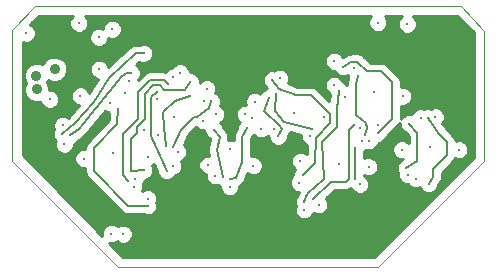
<source format=gbr>
G04 (created by PCBNEW-RS274X (2012-apr-16-27)-stable) date Tue 25 Mar 2014 09:11:57 PM EDT*
G01*
G70*
G90*
%MOIN*%
G04 Gerber Fmt 3.4, Leading zero omitted, Abs format*
%FSLAX34Y34*%
G04 APERTURE LIST*
%ADD10C,0.006000*%
%ADD11C,0.000400*%
%ADD12C,0.002000*%
%ADD13C,0.035000*%
%ADD14C,0.013000*%
%ADD15C,0.007000*%
%ADD16C,0.010000*%
G04 APERTURE END LIST*
G54D10*
G54D11*
X27953Y-19596D02*
X27953Y-23917D01*
X27165Y-18770D02*
X27953Y-19596D01*
X16890Y-18770D02*
X27165Y-18770D01*
X12205Y-19557D02*
X12205Y-23917D01*
X12992Y-18770D02*
X12205Y-19557D01*
X16890Y-18770D02*
X12992Y-18770D01*
X15748Y-27461D02*
X12205Y-23917D01*
X24409Y-27461D02*
X27953Y-23917D01*
X24016Y-27461D02*
X24409Y-27461D01*
X15748Y-27461D02*
X24016Y-27461D01*
G54D12*
X15748Y-27461D02*
X24016Y-27461D01*
G54D13*
X13632Y-20866D03*
X13022Y-21073D03*
X13031Y-21535D03*
G54D14*
X25384Y-19360D03*
X14439Y-19331D03*
X24405Y-19307D03*
X12687Y-19665D03*
X16260Y-24783D03*
X17815Y-20984D03*
X17579Y-21122D03*
X16319Y-24508D03*
X18701Y-21516D03*
X17087Y-23051D03*
X18602Y-21909D03*
X17736Y-23622D03*
X18986Y-24419D03*
X18996Y-22362D03*
X19980Y-22362D03*
X19469Y-24774D03*
X20197Y-22480D03*
X20945Y-22854D03*
X22146Y-23081D03*
X20295Y-21939D03*
X21788Y-24643D03*
X21132Y-21171D03*
X23868Y-23268D03*
X23809Y-24705D03*
X23612Y-20827D03*
X24114Y-23248D03*
X22953Y-20591D03*
X24400Y-22717D03*
X25394Y-24390D03*
X25827Y-22480D03*
X25669Y-24518D03*
X26319Y-22451D03*
X21949Y-25285D03*
X23120Y-21585D03*
X23612Y-22707D03*
X22254Y-25177D03*
X15728Y-22205D03*
X16732Y-25413D03*
X15965Y-21663D03*
X16732Y-25177D03*
X17559Y-24094D03*
X17047Y-21870D03*
X21949Y-25551D03*
X22943Y-21388D03*
X22441Y-25384D03*
X23819Y-22835D03*
X16594Y-20334D03*
X13878Y-23012D03*
X16181Y-20994D03*
X14154Y-23071D03*
X16083Y-24587D03*
X17402Y-21339D03*
X18150Y-21280D03*
X16594Y-24232D03*
X17343Y-23406D03*
X18150Y-21772D03*
X18858Y-21929D03*
X17579Y-23445D03*
X18937Y-22874D03*
X19252Y-24459D03*
X20039Y-22835D03*
X19469Y-24537D03*
X17028Y-21614D03*
X17362Y-24252D03*
X20778Y-21811D03*
X21083Y-23100D03*
X21024Y-21703D03*
X22215Y-22854D03*
X21900Y-24380D03*
X20876Y-21220D03*
X23652Y-23494D03*
X23642Y-24537D03*
X23730Y-21083D03*
X23967Y-23051D03*
X24409Y-22992D03*
X23248Y-20787D03*
X25354Y-24154D03*
X25443Y-22677D03*
X26083Y-22480D03*
X26093Y-24675D03*
X13898Y-22736D03*
X15118Y-20866D03*
X13957Y-23366D03*
X16103Y-21240D03*
X15984Y-19429D03*
X24272Y-26801D03*
X24035Y-19291D03*
X16299Y-26329D03*
X26152Y-23445D03*
X14488Y-21752D03*
X15098Y-19803D03*
X24262Y-21614D03*
X21614Y-22323D03*
X19488Y-23524D03*
X23120Y-24016D03*
X15571Y-23661D03*
X15522Y-26339D03*
X17618Y-22441D03*
X18740Y-24055D03*
X27106Y-23543D03*
X13465Y-21870D03*
X16594Y-22895D03*
X18583Y-22579D03*
X14606Y-23839D03*
X25226Y-21762D03*
X20512Y-22854D03*
X20256Y-24075D03*
X23297Y-21791D03*
X24094Y-24114D03*
X15916Y-26359D03*
X15551Y-19528D03*
X21821Y-23927D03*
X25197Y-23543D03*
X22598Y-22470D03*
X16732Y-23780D03*
X15472Y-21978D03*
G54D15*
X23031Y-22175D02*
X23031Y-22795D01*
X22539Y-23287D02*
X22608Y-24519D01*
X23031Y-22795D02*
X22539Y-23287D01*
X22608Y-24519D02*
X22050Y-25010D01*
X23120Y-21585D02*
X23031Y-22175D01*
X22050Y-25010D02*
X21949Y-25285D01*
X23435Y-23071D02*
X23435Y-24507D01*
X23435Y-24507D02*
X23336Y-24606D01*
X23435Y-22884D02*
X23612Y-22707D01*
X23435Y-23071D02*
X23435Y-22884D01*
X23336Y-24606D02*
X22845Y-24606D01*
X22845Y-24606D02*
X22254Y-25177D01*
X15712Y-22690D02*
X14941Y-23484D01*
X16082Y-25413D02*
X16732Y-25413D01*
X14941Y-23484D02*
X14941Y-24272D01*
X14941Y-24272D02*
X16082Y-25413D01*
X15728Y-22205D02*
X15712Y-22690D01*
X14299Y-22670D02*
X14939Y-21958D01*
X15443Y-21139D02*
X16326Y-20332D01*
X14939Y-21958D02*
X15443Y-21139D01*
X14114Y-22835D02*
X14299Y-22670D01*
X16326Y-20332D02*
X16594Y-20334D01*
X13878Y-23012D02*
X14114Y-22835D01*
X14154Y-23071D02*
X14429Y-22854D01*
X15876Y-21102D02*
X16033Y-21004D01*
X14587Y-22677D02*
X15876Y-21102D01*
X16033Y-21004D02*
X16181Y-20994D01*
X14429Y-22854D02*
X14587Y-22677D01*
X15906Y-23010D02*
X16398Y-22518D01*
X16083Y-24587D02*
X15906Y-24391D01*
X16398Y-22518D02*
X16398Y-21633D01*
X16811Y-21220D02*
X17264Y-21220D01*
X16398Y-21633D02*
X16811Y-21220D01*
X15906Y-24391D02*
X15906Y-23010D01*
X17264Y-21220D02*
X17402Y-21339D01*
X16378Y-22992D02*
X16378Y-22795D01*
X16909Y-21398D02*
X17126Y-21398D01*
X17972Y-21555D02*
X18150Y-21280D01*
X16378Y-22795D02*
X16654Y-22519D01*
X16654Y-21673D02*
X16909Y-21398D01*
X16654Y-22519D02*
X16654Y-21673D01*
X17126Y-21398D02*
X17283Y-21555D01*
X16594Y-24232D02*
X16162Y-24252D01*
X16162Y-23189D02*
X16378Y-22992D01*
X17283Y-21555D02*
X17972Y-21555D01*
X16162Y-24252D02*
X16162Y-23189D01*
X17264Y-22795D02*
X17343Y-23406D01*
X17657Y-21909D02*
X18150Y-21772D01*
X17244Y-22283D02*
X17264Y-22795D01*
X17657Y-21909D02*
X17244Y-22283D01*
X18288Y-22460D02*
X17855Y-22893D01*
X18858Y-21929D02*
X18770Y-22164D01*
X17579Y-23445D02*
X17579Y-23445D01*
X18386Y-22466D02*
X18288Y-22460D01*
X17855Y-22893D02*
X17579Y-23445D01*
X18770Y-22164D02*
X18386Y-22466D01*
X19252Y-24459D02*
X19035Y-23563D01*
X19035Y-23563D02*
X19134Y-23110D01*
X19134Y-23110D02*
X18937Y-22874D01*
X19882Y-23110D02*
X20039Y-22835D01*
X19669Y-24502D02*
X19882Y-23957D01*
X19882Y-23957D02*
X19882Y-23110D01*
X19469Y-24537D02*
X19669Y-24502D01*
X16831Y-23091D02*
X17362Y-24252D01*
X17028Y-21614D02*
X16831Y-21791D01*
X16831Y-21791D02*
X16831Y-23091D01*
X21201Y-22844D02*
X21122Y-22707D01*
X20600Y-22264D02*
X20778Y-21811D01*
X21122Y-22707D02*
X20600Y-22264D01*
X21083Y-23100D02*
X21201Y-22844D01*
X20966Y-22251D02*
X21024Y-21703D01*
X21290Y-22628D02*
X20966Y-22251D01*
X22215Y-22854D02*
X21290Y-22628D01*
X21112Y-21506D02*
X20876Y-21220D01*
X22323Y-23996D02*
X22343Y-23170D01*
X21900Y-24380D02*
X22323Y-23996D01*
X22815Y-22363D02*
X22184Y-21732D01*
X22815Y-22648D02*
X22815Y-22363D01*
X22184Y-21732D02*
X21664Y-21732D01*
X22343Y-23170D02*
X22815Y-22648D01*
X21664Y-21732D02*
X21112Y-21506D01*
X23642Y-24537D02*
X23652Y-24172D01*
X23652Y-24172D02*
X23652Y-23494D01*
X24045Y-22835D02*
X23996Y-22667D01*
X23967Y-23051D02*
X24045Y-22835D01*
X23996Y-22667D02*
X23671Y-22391D01*
X23671Y-22391D02*
X23671Y-21358D01*
X23671Y-21358D02*
X23730Y-21083D01*
X24045Y-20935D02*
X23720Y-20610D01*
X24409Y-22992D02*
X24882Y-22530D01*
X24882Y-22530D02*
X24882Y-21300D01*
X24882Y-21300D02*
X24517Y-20935D01*
X24517Y-20935D02*
X24045Y-20935D01*
X23720Y-20610D02*
X23514Y-20620D01*
X23514Y-20620D02*
X23248Y-20787D01*
X25718Y-23121D02*
X25719Y-22982D01*
X25719Y-22982D02*
X25443Y-22677D01*
X25719Y-23119D02*
X25718Y-23121D01*
X25719Y-23937D02*
X25719Y-23119D01*
X25354Y-24154D02*
X25719Y-23937D01*
X26253Y-24190D02*
X26722Y-23721D01*
X26722Y-23721D02*
X26722Y-23287D01*
X26093Y-24675D02*
X26250Y-24459D01*
X26722Y-23287D02*
X26447Y-23012D01*
X26250Y-24459D02*
X26253Y-24190D01*
X26447Y-23012D02*
X26083Y-22480D01*
G54D10*
G36*
X27598Y-23818D02*
X27421Y-23993D01*
X27421Y-23606D01*
X27421Y-23481D01*
X27373Y-23365D01*
X27285Y-23276D01*
X27169Y-23228D01*
X27044Y-23228D01*
X26998Y-23246D01*
X26985Y-23178D01*
X26984Y-23177D01*
X26924Y-23085D01*
X26921Y-23083D01*
X26666Y-22827D01*
X26553Y-22662D01*
X26586Y-22630D01*
X26634Y-22514D01*
X26634Y-22389D01*
X26586Y-22273D01*
X26498Y-22184D01*
X26382Y-22136D01*
X26257Y-22136D01*
X26166Y-22173D01*
X26146Y-22165D01*
X26021Y-22165D01*
X25955Y-22192D01*
X25890Y-22165D01*
X25765Y-22165D01*
X25649Y-22213D01*
X25560Y-22301D01*
X25530Y-22372D01*
X25506Y-22362D01*
X25381Y-22362D01*
X25265Y-22410D01*
X25176Y-22498D01*
X25167Y-22519D01*
X25167Y-22077D01*
X25288Y-22077D01*
X25404Y-22029D01*
X25493Y-21941D01*
X25541Y-21825D01*
X25541Y-21700D01*
X25493Y-21584D01*
X25405Y-21495D01*
X25289Y-21447D01*
X25167Y-21447D01*
X25167Y-21304D01*
X25167Y-21300D01*
X25168Y-21300D01*
X25145Y-21191D01*
X25084Y-21098D01*
X25081Y-21096D01*
X24719Y-20733D01*
X24626Y-20672D01*
X24517Y-20649D01*
X24512Y-20650D01*
X24163Y-20650D01*
X23922Y-20408D01*
X23916Y-20404D01*
X23912Y-20398D01*
X23864Y-20370D01*
X23829Y-20347D01*
X23822Y-20345D01*
X23816Y-20342D01*
X23776Y-20335D01*
X23720Y-20324D01*
X23711Y-20325D01*
X23706Y-20325D01*
X23500Y-20335D01*
X23482Y-20339D01*
X23467Y-20339D01*
X23430Y-20352D01*
X23392Y-20363D01*
X23377Y-20373D01*
X23363Y-20379D01*
X23238Y-20457D01*
X23220Y-20413D01*
X23132Y-20324D01*
X23016Y-20276D01*
X22891Y-20276D01*
X22775Y-20324D01*
X22686Y-20412D01*
X22638Y-20528D01*
X22638Y-20653D01*
X22686Y-20769D01*
X22774Y-20858D01*
X22890Y-20906D01*
X22956Y-20906D01*
X22981Y-20965D01*
X23069Y-21054D01*
X23185Y-21102D01*
X23310Y-21102D01*
X23402Y-21063D01*
X23415Y-21075D01*
X23415Y-21145D01*
X23421Y-21160D01*
X23392Y-21298D01*
X23391Y-21329D01*
X23386Y-21358D01*
X23386Y-21405D01*
X23299Y-21318D01*
X23245Y-21295D01*
X23210Y-21210D01*
X23122Y-21121D01*
X23006Y-21073D01*
X22881Y-21073D01*
X22765Y-21121D01*
X22676Y-21209D01*
X22628Y-21325D01*
X22628Y-21450D01*
X22676Y-21566D01*
X22764Y-21655D01*
X22817Y-21677D01*
X22780Y-21924D01*
X22386Y-21530D01*
X22293Y-21469D01*
X22184Y-21446D01*
X22179Y-21447D01*
X21720Y-21447D01*
X21411Y-21320D01*
X21447Y-21234D01*
X21447Y-21109D01*
X21399Y-20993D01*
X21311Y-20904D01*
X21195Y-20856D01*
X21070Y-20856D01*
X20954Y-20904D01*
X20948Y-20909D01*
X20939Y-20905D01*
X20814Y-20905D01*
X20698Y-20953D01*
X20609Y-21041D01*
X20561Y-21157D01*
X20561Y-21282D01*
X20609Y-21398D01*
X20697Y-21487D01*
X20718Y-21496D01*
X20716Y-21496D01*
X20600Y-21544D01*
X20511Y-21632D01*
X20488Y-21686D01*
X20474Y-21672D01*
X20358Y-21624D01*
X20233Y-21624D01*
X20117Y-21672D01*
X20028Y-21760D01*
X19980Y-21876D01*
X19980Y-22001D01*
X19999Y-22047D01*
X19918Y-22047D01*
X19802Y-22095D01*
X19713Y-22183D01*
X19665Y-22299D01*
X19665Y-22424D01*
X19713Y-22540D01*
X19800Y-22628D01*
X19772Y-22656D01*
X19724Y-22772D01*
X19724Y-22811D01*
X19634Y-22969D01*
X19628Y-22987D01*
X19619Y-23001D01*
X19611Y-23039D01*
X19600Y-23074D01*
X19600Y-23090D01*
X19597Y-23110D01*
X19597Y-23228D01*
X19551Y-23209D01*
X19426Y-23209D01*
X19401Y-23219D01*
X19412Y-23171D01*
X19412Y-23153D01*
X19418Y-23135D01*
X19413Y-23092D01*
X19414Y-23060D01*
X19408Y-23045D01*
X19406Y-23024D01*
X19386Y-22987D01*
X19374Y-22956D01*
X19362Y-22944D01*
X19353Y-22927D01*
X19247Y-22800D01*
X19204Y-22696D01*
X19148Y-22639D01*
X19174Y-22629D01*
X19263Y-22541D01*
X19311Y-22425D01*
X19311Y-22300D01*
X19263Y-22184D01*
X19175Y-22095D01*
X19136Y-22079D01*
X19173Y-21992D01*
X19173Y-21867D01*
X19125Y-21751D01*
X19037Y-21662D01*
X18989Y-21642D01*
X19016Y-21579D01*
X19016Y-21454D01*
X18968Y-21338D01*
X18880Y-21249D01*
X18764Y-21201D01*
X18639Y-21201D01*
X18523Y-21249D01*
X18465Y-21306D01*
X18465Y-21218D01*
X18417Y-21102D01*
X18329Y-21013D01*
X18213Y-20965D01*
X18130Y-20965D01*
X18130Y-20922D01*
X18082Y-20806D01*
X17994Y-20717D01*
X17878Y-20669D01*
X17753Y-20669D01*
X17637Y-20717D01*
X17548Y-20805D01*
X17547Y-20807D01*
X17517Y-20807D01*
X17401Y-20855D01*
X17312Y-20943D01*
X17311Y-20944D01*
X17307Y-20943D01*
X17264Y-20935D01*
X17243Y-20935D01*
X16815Y-20935D01*
X16811Y-20934D01*
X16702Y-20957D01*
X16609Y-21018D01*
X16607Y-21020D01*
X16418Y-21209D01*
X16418Y-21202D01*
X16448Y-21173D01*
X16496Y-21057D01*
X16496Y-20932D01*
X16448Y-20816D01*
X16360Y-20727D01*
X16330Y-20714D01*
X16436Y-20617D01*
X16456Y-20617D01*
X16531Y-20649D01*
X16656Y-20649D01*
X16772Y-20601D01*
X16861Y-20513D01*
X16909Y-20397D01*
X16909Y-20272D01*
X16861Y-20156D01*
X16773Y-20067D01*
X16657Y-20019D01*
X16532Y-20019D01*
X16461Y-20047D01*
X16339Y-20047D01*
X16338Y-20047D01*
X16328Y-20047D01*
X16265Y-20058D01*
X16229Y-20065D01*
X16226Y-20066D01*
X16219Y-20068D01*
X16157Y-20107D01*
X16134Y-20122D01*
X16129Y-20125D01*
X16125Y-20129D01*
X16122Y-20132D01*
X15866Y-20366D01*
X15866Y-19591D01*
X15866Y-19466D01*
X15818Y-19350D01*
X15730Y-19261D01*
X15614Y-19213D01*
X15489Y-19213D01*
X15373Y-19261D01*
X15284Y-19349D01*
X15236Y-19465D01*
X15236Y-19519D01*
X15161Y-19488D01*
X15036Y-19488D01*
X14920Y-19536D01*
X14831Y-19624D01*
X14783Y-19740D01*
X14783Y-19865D01*
X14831Y-19981D01*
X14919Y-20070D01*
X15035Y-20118D01*
X15160Y-20118D01*
X15276Y-20070D01*
X15365Y-19982D01*
X15413Y-19866D01*
X15413Y-19811D01*
X15488Y-19843D01*
X15613Y-19843D01*
X15729Y-19795D01*
X15818Y-19707D01*
X15866Y-19591D01*
X15866Y-20366D01*
X15420Y-20774D01*
X15385Y-20688D01*
X15297Y-20599D01*
X15181Y-20551D01*
X15056Y-20551D01*
X14940Y-20599D01*
X14851Y-20687D01*
X14803Y-20803D01*
X14803Y-20928D01*
X14851Y-21044D01*
X14939Y-21133D01*
X15055Y-21181D01*
X15082Y-21181D01*
X14789Y-21657D01*
X14755Y-21574D01*
X14667Y-21485D01*
X14551Y-21437D01*
X14426Y-21437D01*
X14310Y-21485D01*
X14221Y-21573D01*
X14173Y-21689D01*
X14173Y-21814D01*
X14221Y-21930D01*
X14309Y-22019D01*
X14425Y-22067D01*
X14458Y-22067D01*
X14093Y-22471D01*
X14086Y-22478D01*
X14077Y-22469D01*
X14057Y-22460D01*
X14057Y-20951D01*
X14057Y-20782D01*
X13993Y-20626D01*
X13873Y-20506D01*
X13717Y-20441D01*
X13548Y-20441D01*
X13392Y-20505D01*
X13272Y-20625D01*
X13239Y-20703D01*
X13107Y-20648D01*
X12938Y-20648D01*
X12782Y-20712D01*
X12662Y-20832D01*
X12597Y-20988D01*
X12597Y-21157D01*
X12661Y-21313D01*
X12662Y-21314D01*
X12606Y-21450D01*
X12606Y-21619D01*
X12670Y-21775D01*
X12790Y-21895D01*
X12946Y-21960D01*
X13115Y-21960D01*
X13154Y-21943D01*
X13198Y-22048D01*
X13286Y-22137D01*
X13402Y-22185D01*
X13527Y-22185D01*
X13643Y-22137D01*
X13732Y-22049D01*
X13780Y-21933D01*
X13780Y-21808D01*
X13732Y-21692D01*
X13644Y-21603D01*
X13528Y-21555D01*
X13456Y-21555D01*
X13456Y-21451D01*
X13392Y-21295D01*
X13390Y-21293D01*
X13414Y-21235D01*
X13547Y-21291D01*
X13716Y-21291D01*
X13872Y-21227D01*
X13992Y-21107D01*
X14057Y-20951D01*
X14057Y-22460D01*
X13961Y-22421D01*
X13836Y-22421D01*
X13720Y-22469D01*
X13631Y-22557D01*
X13583Y-22673D01*
X13583Y-22798D01*
X13604Y-22849D01*
X13563Y-22949D01*
X13563Y-23074D01*
X13611Y-23190D01*
X13665Y-23245D01*
X13642Y-23303D01*
X13642Y-23428D01*
X13690Y-23544D01*
X13778Y-23633D01*
X13894Y-23681D01*
X14019Y-23681D01*
X14135Y-23633D01*
X14224Y-23545D01*
X14272Y-23429D01*
X14272Y-23362D01*
X14332Y-23338D01*
X14421Y-23250D01*
X14437Y-23210D01*
X14605Y-23078D01*
X14621Y-23058D01*
X14641Y-23044D01*
X14799Y-22867D01*
X14800Y-22863D01*
X14808Y-22858D01*
X15305Y-22250D01*
X15409Y-22293D01*
X15423Y-22293D01*
X15438Y-22328D01*
X15430Y-22571D01*
X14741Y-23280D01*
X14739Y-23282D01*
X14737Y-23284D01*
X14737Y-23285D01*
X14734Y-23289D01*
X14678Y-23375D01*
X14677Y-23376D01*
X14676Y-23379D01*
X14655Y-23488D01*
X14656Y-23492D01*
X14656Y-23524D01*
X14544Y-23524D01*
X14428Y-23572D01*
X14339Y-23660D01*
X14291Y-23776D01*
X14291Y-23901D01*
X14339Y-24017D01*
X14427Y-24106D01*
X14543Y-24154D01*
X14656Y-24154D01*
X14656Y-24267D01*
X14655Y-24272D01*
X14678Y-24381D01*
X14739Y-24474D01*
X15878Y-25612D01*
X15880Y-25615D01*
X15973Y-25676D01*
X16082Y-25698D01*
X16596Y-25698D01*
X16669Y-25728D01*
X16794Y-25728D01*
X16910Y-25680D01*
X16999Y-25592D01*
X17047Y-25476D01*
X17047Y-25351D01*
X17024Y-25295D01*
X17047Y-25240D01*
X17047Y-25115D01*
X16999Y-24999D01*
X16911Y-24910D01*
X16795Y-24862D01*
X16670Y-24862D01*
X16554Y-24910D01*
X16544Y-24919D01*
X16575Y-24846D01*
X16575Y-24721D01*
X16568Y-24704D01*
X16586Y-24687D01*
X16634Y-24571D01*
X16634Y-24547D01*
X16656Y-24547D01*
X16772Y-24499D01*
X16861Y-24411D01*
X16909Y-24295D01*
X16909Y-24170D01*
X16865Y-24065D01*
X16910Y-24047D01*
X16941Y-24016D01*
X17047Y-24247D01*
X17047Y-24314D01*
X17095Y-24430D01*
X17183Y-24519D01*
X17299Y-24567D01*
X17424Y-24567D01*
X17540Y-24519D01*
X17629Y-24431D01*
X17641Y-24400D01*
X17737Y-24361D01*
X17826Y-24273D01*
X17874Y-24157D01*
X17874Y-24032D01*
X17829Y-23924D01*
X17914Y-23889D01*
X18003Y-23801D01*
X18051Y-23685D01*
X18051Y-23560D01*
X18003Y-23444D01*
X17933Y-23373D01*
X18089Y-23062D01*
X18354Y-22796D01*
X18404Y-22846D01*
X18520Y-22894D01*
X18622Y-22894D01*
X18622Y-22936D01*
X18670Y-23052D01*
X18758Y-23141D01*
X18804Y-23160D01*
X18825Y-23185D01*
X18757Y-23502D01*
X18756Y-23510D01*
X18754Y-23519D01*
X18755Y-23568D01*
X18755Y-23613D01*
X18757Y-23619D01*
X18758Y-23630D01*
X18784Y-23740D01*
X18678Y-23740D01*
X18562Y-23788D01*
X18473Y-23876D01*
X18425Y-23992D01*
X18425Y-24117D01*
X18473Y-24233D01*
X18561Y-24322D01*
X18671Y-24367D01*
X18671Y-24481D01*
X18719Y-24597D01*
X18807Y-24686D01*
X18923Y-24734D01*
X19048Y-24734D01*
X19071Y-24724D01*
X19073Y-24726D01*
X19154Y-24759D01*
X19154Y-24836D01*
X19202Y-24952D01*
X19290Y-25041D01*
X19406Y-25089D01*
X19531Y-25089D01*
X19647Y-25041D01*
X19736Y-24953D01*
X19784Y-24837D01*
X19784Y-24764D01*
X19805Y-24748D01*
X19822Y-24742D01*
X19847Y-24718D01*
X19874Y-24699D01*
X19883Y-24683D01*
X19903Y-24666D01*
X19917Y-24633D01*
X19935Y-24606D01*
X20048Y-24313D01*
X20077Y-24342D01*
X20193Y-24390D01*
X20318Y-24390D01*
X20434Y-24342D01*
X20523Y-24254D01*
X20571Y-24138D01*
X20571Y-24013D01*
X20523Y-23897D01*
X20435Y-23808D01*
X20319Y-23760D01*
X20194Y-23760D01*
X20167Y-23771D01*
X20167Y-23186D01*
X20214Y-23103D01*
X20217Y-23102D01*
X20266Y-23053D01*
X20333Y-23121D01*
X20449Y-23169D01*
X20574Y-23169D01*
X20690Y-23121D01*
X20728Y-23083D01*
X20766Y-23121D01*
X20768Y-23121D01*
X20768Y-23162D01*
X20816Y-23278D01*
X20904Y-23367D01*
X21020Y-23415D01*
X21145Y-23415D01*
X21261Y-23367D01*
X21350Y-23279D01*
X21398Y-23163D01*
X21398Y-23096D01*
X21459Y-22964D01*
X21459Y-22962D01*
X21831Y-23053D01*
X21831Y-23143D01*
X21879Y-23259D01*
X21967Y-23348D01*
X22052Y-23383D01*
X22044Y-23705D01*
X22000Y-23660D01*
X21884Y-23612D01*
X21759Y-23612D01*
X21643Y-23660D01*
X21554Y-23748D01*
X21506Y-23864D01*
X21506Y-23989D01*
X21554Y-24105D01*
X21641Y-24193D01*
X21633Y-24201D01*
X21585Y-24317D01*
X21585Y-24400D01*
X21521Y-24464D01*
X21473Y-24580D01*
X21473Y-24705D01*
X21521Y-24821D01*
X21609Y-24910D01*
X21725Y-24958D01*
X21765Y-24958D01*
X21728Y-25060D01*
X21682Y-25106D01*
X21634Y-25222D01*
X21634Y-25347D01*
X21663Y-25417D01*
X21634Y-25488D01*
X21634Y-25613D01*
X21682Y-25729D01*
X21770Y-25818D01*
X21886Y-25866D01*
X22011Y-25866D01*
X22127Y-25818D01*
X22216Y-25730D01*
X22252Y-25641D01*
X22262Y-25651D01*
X22378Y-25699D01*
X22503Y-25699D01*
X22619Y-25651D01*
X22708Y-25563D01*
X22756Y-25447D01*
X22756Y-25322D01*
X22708Y-25206D01*
X22672Y-25169D01*
X22961Y-24891D01*
X23331Y-24891D01*
X23336Y-24892D01*
X23336Y-24891D01*
X23445Y-24869D01*
X23512Y-24824D01*
X23518Y-24827D01*
X23542Y-24883D01*
X23630Y-24972D01*
X23746Y-25020D01*
X23871Y-25020D01*
X23987Y-24972D01*
X24076Y-24884D01*
X24124Y-24768D01*
X24124Y-24643D01*
X24076Y-24527D01*
X23988Y-24438D01*
X23932Y-24414D01*
X23930Y-24411D01*
X23931Y-24387D01*
X24031Y-24429D01*
X24156Y-24429D01*
X24272Y-24381D01*
X24361Y-24293D01*
X24409Y-24177D01*
X24409Y-24052D01*
X24361Y-23936D01*
X24273Y-23847D01*
X24157Y-23799D01*
X24032Y-23799D01*
X23937Y-23838D01*
X23937Y-23629D01*
X23961Y-23569D01*
X24014Y-23547D01*
X24051Y-23563D01*
X24176Y-23563D01*
X24292Y-23515D01*
X24381Y-23427D01*
X24429Y-23311D01*
X24429Y-23307D01*
X24471Y-23307D01*
X24587Y-23259D01*
X24676Y-23171D01*
X24704Y-23101D01*
X25081Y-22734D01*
X25081Y-22733D01*
X25084Y-22732D01*
X25121Y-22675D01*
X25128Y-22665D01*
X25128Y-22739D01*
X25176Y-22855D01*
X25264Y-22944D01*
X25322Y-22968D01*
X25433Y-23091D01*
X25433Y-23119D01*
X25434Y-23124D01*
X25434Y-23334D01*
X25376Y-23276D01*
X25260Y-23228D01*
X25135Y-23228D01*
X25019Y-23276D01*
X24930Y-23364D01*
X24882Y-23480D01*
X24882Y-23605D01*
X24930Y-23721D01*
X25018Y-23810D01*
X25134Y-23858D01*
X25246Y-23858D01*
X25176Y-23887D01*
X25087Y-23975D01*
X25039Y-24091D01*
X25039Y-24216D01*
X25081Y-24319D01*
X25079Y-24327D01*
X25079Y-24452D01*
X25127Y-24568D01*
X25215Y-24657D01*
X25331Y-24705D01*
X25410Y-24705D01*
X25490Y-24785D01*
X25606Y-24833D01*
X25731Y-24833D01*
X25805Y-24802D01*
X25826Y-24853D01*
X25914Y-24942D01*
X26030Y-24990D01*
X26155Y-24990D01*
X26271Y-24942D01*
X26360Y-24854D01*
X26408Y-24738D01*
X26408Y-24727D01*
X26481Y-24627D01*
X26494Y-24596D01*
X26512Y-24571D01*
X26517Y-24547D01*
X26527Y-24525D01*
X26528Y-24493D01*
X26535Y-24462D01*
X26536Y-24310D01*
X26921Y-23924D01*
X26923Y-23923D01*
X26924Y-23923D01*
X26982Y-23833D01*
X27043Y-23858D01*
X27168Y-23858D01*
X27284Y-23810D01*
X27373Y-23722D01*
X27421Y-23606D01*
X27421Y-23993D01*
X24270Y-27125D01*
X15897Y-27115D01*
X15433Y-26643D01*
X15459Y-26654D01*
X15584Y-26654D01*
X15700Y-26606D01*
X15708Y-26597D01*
X15737Y-26626D01*
X15853Y-26674D01*
X15978Y-26674D01*
X16094Y-26626D01*
X16183Y-26538D01*
X16231Y-26422D01*
X16231Y-26297D01*
X16183Y-26181D01*
X16095Y-26092D01*
X15979Y-26044D01*
X15854Y-26044D01*
X15738Y-26092D01*
X15729Y-26100D01*
X15701Y-26072D01*
X15585Y-26024D01*
X15460Y-26024D01*
X15344Y-26072D01*
X15255Y-26160D01*
X15207Y-26276D01*
X15207Y-26401D01*
X15215Y-26421D01*
X12560Y-23720D01*
X12560Y-19953D01*
X12624Y-19980D01*
X12749Y-19980D01*
X12865Y-19932D01*
X12954Y-19844D01*
X13002Y-19728D01*
X13002Y-19603D01*
X12954Y-19487D01*
X12866Y-19398D01*
X12806Y-19373D01*
X12888Y-19299D01*
X13110Y-19095D01*
X14229Y-19095D01*
X14172Y-19152D01*
X14124Y-19268D01*
X14124Y-19393D01*
X14172Y-19509D01*
X14260Y-19598D01*
X14376Y-19646D01*
X14501Y-19646D01*
X14617Y-19598D01*
X14706Y-19510D01*
X14754Y-19394D01*
X14754Y-19269D01*
X14706Y-19153D01*
X14648Y-19095D01*
X24171Y-19095D01*
X24138Y-19128D01*
X24090Y-19244D01*
X24090Y-19369D01*
X24138Y-19485D01*
X24226Y-19574D01*
X24342Y-19622D01*
X24467Y-19622D01*
X24583Y-19574D01*
X24672Y-19486D01*
X24720Y-19370D01*
X24720Y-19245D01*
X24672Y-19129D01*
X24638Y-19095D01*
X25203Y-19095D01*
X25117Y-19181D01*
X25069Y-19297D01*
X25069Y-19422D01*
X25117Y-19538D01*
X25205Y-19627D01*
X25321Y-19675D01*
X25446Y-19675D01*
X25562Y-19627D01*
X25651Y-19539D01*
X25699Y-19423D01*
X25699Y-19298D01*
X25651Y-19182D01*
X25564Y-19095D01*
X27037Y-19095D01*
X27598Y-19627D01*
X27598Y-23818D01*
X27598Y-23818D01*
G37*
G54D16*
X27598Y-23818D02*
X27421Y-23993D01*
X27421Y-23606D01*
X27421Y-23481D01*
X27373Y-23365D01*
X27285Y-23276D01*
X27169Y-23228D01*
X27044Y-23228D01*
X26998Y-23246D01*
X26985Y-23178D01*
X26984Y-23177D01*
X26924Y-23085D01*
X26921Y-23083D01*
X26666Y-22827D01*
X26553Y-22662D01*
X26586Y-22630D01*
X26634Y-22514D01*
X26634Y-22389D01*
X26586Y-22273D01*
X26498Y-22184D01*
X26382Y-22136D01*
X26257Y-22136D01*
X26166Y-22173D01*
X26146Y-22165D01*
X26021Y-22165D01*
X25955Y-22192D01*
X25890Y-22165D01*
X25765Y-22165D01*
X25649Y-22213D01*
X25560Y-22301D01*
X25530Y-22372D01*
X25506Y-22362D01*
X25381Y-22362D01*
X25265Y-22410D01*
X25176Y-22498D01*
X25167Y-22519D01*
X25167Y-22077D01*
X25288Y-22077D01*
X25404Y-22029D01*
X25493Y-21941D01*
X25541Y-21825D01*
X25541Y-21700D01*
X25493Y-21584D01*
X25405Y-21495D01*
X25289Y-21447D01*
X25167Y-21447D01*
X25167Y-21304D01*
X25167Y-21300D01*
X25168Y-21300D01*
X25145Y-21191D01*
X25084Y-21098D01*
X25081Y-21096D01*
X24719Y-20733D01*
X24626Y-20672D01*
X24517Y-20649D01*
X24512Y-20650D01*
X24163Y-20650D01*
X23922Y-20408D01*
X23916Y-20404D01*
X23912Y-20398D01*
X23864Y-20370D01*
X23829Y-20347D01*
X23822Y-20345D01*
X23816Y-20342D01*
X23776Y-20335D01*
X23720Y-20324D01*
X23711Y-20325D01*
X23706Y-20325D01*
X23500Y-20335D01*
X23482Y-20339D01*
X23467Y-20339D01*
X23430Y-20352D01*
X23392Y-20363D01*
X23377Y-20373D01*
X23363Y-20379D01*
X23238Y-20457D01*
X23220Y-20413D01*
X23132Y-20324D01*
X23016Y-20276D01*
X22891Y-20276D01*
X22775Y-20324D01*
X22686Y-20412D01*
X22638Y-20528D01*
X22638Y-20653D01*
X22686Y-20769D01*
X22774Y-20858D01*
X22890Y-20906D01*
X22956Y-20906D01*
X22981Y-20965D01*
X23069Y-21054D01*
X23185Y-21102D01*
X23310Y-21102D01*
X23402Y-21063D01*
X23415Y-21075D01*
X23415Y-21145D01*
X23421Y-21160D01*
X23392Y-21298D01*
X23391Y-21329D01*
X23386Y-21358D01*
X23386Y-21405D01*
X23299Y-21318D01*
X23245Y-21295D01*
X23210Y-21210D01*
X23122Y-21121D01*
X23006Y-21073D01*
X22881Y-21073D01*
X22765Y-21121D01*
X22676Y-21209D01*
X22628Y-21325D01*
X22628Y-21450D01*
X22676Y-21566D01*
X22764Y-21655D01*
X22817Y-21677D01*
X22780Y-21924D01*
X22386Y-21530D01*
X22293Y-21469D01*
X22184Y-21446D01*
X22179Y-21447D01*
X21720Y-21447D01*
X21411Y-21320D01*
X21447Y-21234D01*
X21447Y-21109D01*
X21399Y-20993D01*
X21311Y-20904D01*
X21195Y-20856D01*
X21070Y-20856D01*
X20954Y-20904D01*
X20948Y-20909D01*
X20939Y-20905D01*
X20814Y-20905D01*
X20698Y-20953D01*
X20609Y-21041D01*
X20561Y-21157D01*
X20561Y-21282D01*
X20609Y-21398D01*
X20697Y-21487D01*
X20718Y-21496D01*
X20716Y-21496D01*
X20600Y-21544D01*
X20511Y-21632D01*
X20488Y-21686D01*
X20474Y-21672D01*
X20358Y-21624D01*
X20233Y-21624D01*
X20117Y-21672D01*
X20028Y-21760D01*
X19980Y-21876D01*
X19980Y-22001D01*
X19999Y-22047D01*
X19918Y-22047D01*
X19802Y-22095D01*
X19713Y-22183D01*
X19665Y-22299D01*
X19665Y-22424D01*
X19713Y-22540D01*
X19800Y-22628D01*
X19772Y-22656D01*
X19724Y-22772D01*
X19724Y-22811D01*
X19634Y-22969D01*
X19628Y-22987D01*
X19619Y-23001D01*
X19611Y-23039D01*
X19600Y-23074D01*
X19600Y-23090D01*
X19597Y-23110D01*
X19597Y-23228D01*
X19551Y-23209D01*
X19426Y-23209D01*
X19401Y-23219D01*
X19412Y-23171D01*
X19412Y-23153D01*
X19418Y-23135D01*
X19413Y-23092D01*
X19414Y-23060D01*
X19408Y-23045D01*
X19406Y-23024D01*
X19386Y-22987D01*
X19374Y-22956D01*
X19362Y-22944D01*
X19353Y-22927D01*
X19247Y-22800D01*
X19204Y-22696D01*
X19148Y-22639D01*
X19174Y-22629D01*
X19263Y-22541D01*
X19311Y-22425D01*
X19311Y-22300D01*
X19263Y-22184D01*
X19175Y-22095D01*
X19136Y-22079D01*
X19173Y-21992D01*
X19173Y-21867D01*
X19125Y-21751D01*
X19037Y-21662D01*
X18989Y-21642D01*
X19016Y-21579D01*
X19016Y-21454D01*
X18968Y-21338D01*
X18880Y-21249D01*
X18764Y-21201D01*
X18639Y-21201D01*
X18523Y-21249D01*
X18465Y-21306D01*
X18465Y-21218D01*
X18417Y-21102D01*
X18329Y-21013D01*
X18213Y-20965D01*
X18130Y-20965D01*
X18130Y-20922D01*
X18082Y-20806D01*
X17994Y-20717D01*
X17878Y-20669D01*
X17753Y-20669D01*
X17637Y-20717D01*
X17548Y-20805D01*
X17547Y-20807D01*
X17517Y-20807D01*
X17401Y-20855D01*
X17312Y-20943D01*
X17311Y-20944D01*
X17307Y-20943D01*
X17264Y-20935D01*
X17243Y-20935D01*
X16815Y-20935D01*
X16811Y-20934D01*
X16702Y-20957D01*
X16609Y-21018D01*
X16607Y-21020D01*
X16418Y-21209D01*
X16418Y-21202D01*
X16448Y-21173D01*
X16496Y-21057D01*
X16496Y-20932D01*
X16448Y-20816D01*
X16360Y-20727D01*
X16330Y-20714D01*
X16436Y-20617D01*
X16456Y-20617D01*
X16531Y-20649D01*
X16656Y-20649D01*
X16772Y-20601D01*
X16861Y-20513D01*
X16909Y-20397D01*
X16909Y-20272D01*
X16861Y-20156D01*
X16773Y-20067D01*
X16657Y-20019D01*
X16532Y-20019D01*
X16461Y-20047D01*
X16339Y-20047D01*
X16338Y-20047D01*
X16328Y-20047D01*
X16265Y-20058D01*
X16229Y-20065D01*
X16226Y-20066D01*
X16219Y-20068D01*
X16157Y-20107D01*
X16134Y-20122D01*
X16129Y-20125D01*
X16125Y-20129D01*
X16122Y-20132D01*
X15866Y-20366D01*
X15866Y-19591D01*
X15866Y-19466D01*
X15818Y-19350D01*
X15730Y-19261D01*
X15614Y-19213D01*
X15489Y-19213D01*
X15373Y-19261D01*
X15284Y-19349D01*
X15236Y-19465D01*
X15236Y-19519D01*
X15161Y-19488D01*
X15036Y-19488D01*
X14920Y-19536D01*
X14831Y-19624D01*
X14783Y-19740D01*
X14783Y-19865D01*
X14831Y-19981D01*
X14919Y-20070D01*
X15035Y-20118D01*
X15160Y-20118D01*
X15276Y-20070D01*
X15365Y-19982D01*
X15413Y-19866D01*
X15413Y-19811D01*
X15488Y-19843D01*
X15613Y-19843D01*
X15729Y-19795D01*
X15818Y-19707D01*
X15866Y-19591D01*
X15866Y-20366D01*
X15420Y-20774D01*
X15385Y-20688D01*
X15297Y-20599D01*
X15181Y-20551D01*
X15056Y-20551D01*
X14940Y-20599D01*
X14851Y-20687D01*
X14803Y-20803D01*
X14803Y-20928D01*
X14851Y-21044D01*
X14939Y-21133D01*
X15055Y-21181D01*
X15082Y-21181D01*
X14789Y-21657D01*
X14755Y-21574D01*
X14667Y-21485D01*
X14551Y-21437D01*
X14426Y-21437D01*
X14310Y-21485D01*
X14221Y-21573D01*
X14173Y-21689D01*
X14173Y-21814D01*
X14221Y-21930D01*
X14309Y-22019D01*
X14425Y-22067D01*
X14458Y-22067D01*
X14093Y-22471D01*
X14086Y-22478D01*
X14077Y-22469D01*
X14057Y-22460D01*
X14057Y-20951D01*
X14057Y-20782D01*
X13993Y-20626D01*
X13873Y-20506D01*
X13717Y-20441D01*
X13548Y-20441D01*
X13392Y-20505D01*
X13272Y-20625D01*
X13239Y-20703D01*
X13107Y-20648D01*
X12938Y-20648D01*
X12782Y-20712D01*
X12662Y-20832D01*
X12597Y-20988D01*
X12597Y-21157D01*
X12661Y-21313D01*
X12662Y-21314D01*
X12606Y-21450D01*
X12606Y-21619D01*
X12670Y-21775D01*
X12790Y-21895D01*
X12946Y-21960D01*
X13115Y-21960D01*
X13154Y-21943D01*
X13198Y-22048D01*
X13286Y-22137D01*
X13402Y-22185D01*
X13527Y-22185D01*
X13643Y-22137D01*
X13732Y-22049D01*
X13780Y-21933D01*
X13780Y-21808D01*
X13732Y-21692D01*
X13644Y-21603D01*
X13528Y-21555D01*
X13456Y-21555D01*
X13456Y-21451D01*
X13392Y-21295D01*
X13390Y-21293D01*
X13414Y-21235D01*
X13547Y-21291D01*
X13716Y-21291D01*
X13872Y-21227D01*
X13992Y-21107D01*
X14057Y-20951D01*
X14057Y-22460D01*
X13961Y-22421D01*
X13836Y-22421D01*
X13720Y-22469D01*
X13631Y-22557D01*
X13583Y-22673D01*
X13583Y-22798D01*
X13604Y-22849D01*
X13563Y-22949D01*
X13563Y-23074D01*
X13611Y-23190D01*
X13665Y-23245D01*
X13642Y-23303D01*
X13642Y-23428D01*
X13690Y-23544D01*
X13778Y-23633D01*
X13894Y-23681D01*
X14019Y-23681D01*
X14135Y-23633D01*
X14224Y-23545D01*
X14272Y-23429D01*
X14272Y-23362D01*
X14332Y-23338D01*
X14421Y-23250D01*
X14437Y-23210D01*
X14605Y-23078D01*
X14621Y-23058D01*
X14641Y-23044D01*
X14799Y-22867D01*
X14800Y-22863D01*
X14808Y-22858D01*
X15305Y-22250D01*
X15409Y-22293D01*
X15423Y-22293D01*
X15438Y-22328D01*
X15430Y-22571D01*
X14741Y-23280D01*
X14739Y-23282D01*
X14737Y-23284D01*
X14737Y-23285D01*
X14734Y-23289D01*
X14678Y-23375D01*
X14677Y-23376D01*
X14676Y-23379D01*
X14655Y-23488D01*
X14656Y-23492D01*
X14656Y-23524D01*
X14544Y-23524D01*
X14428Y-23572D01*
X14339Y-23660D01*
X14291Y-23776D01*
X14291Y-23901D01*
X14339Y-24017D01*
X14427Y-24106D01*
X14543Y-24154D01*
X14656Y-24154D01*
X14656Y-24267D01*
X14655Y-24272D01*
X14678Y-24381D01*
X14739Y-24474D01*
X15878Y-25612D01*
X15880Y-25615D01*
X15973Y-25676D01*
X16082Y-25698D01*
X16596Y-25698D01*
X16669Y-25728D01*
X16794Y-25728D01*
X16910Y-25680D01*
X16999Y-25592D01*
X17047Y-25476D01*
X17047Y-25351D01*
X17024Y-25295D01*
X17047Y-25240D01*
X17047Y-25115D01*
X16999Y-24999D01*
X16911Y-24910D01*
X16795Y-24862D01*
X16670Y-24862D01*
X16554Y-24910D01*
X16544Y-24919D01*
X16575Y-24846D01*
X16575Y-24721D01*
X16568Y-24704D01*
X16586Y-24687D01*
X16634Y-24571D01*
X16634Y-24547D01*
X16656Y-24547D01*
X16772Y-24499D01*
X16861Y-24411D01*
X16909Y-24295D01*
X16909Y-24170D01*
X16865Y-24065D01*
X16910Y-24047D01*
X16941Y-24016D01*
X17047Y-24247D01*
X17047Y-24314D01*
X17095Y-24430D01*
X17183Y-24519D01*
X17299Y-24567D01*
X17424Y-24567D01*
X17540Y-24519D01*
X17629Y-24431D01*
X17641Y-24400D01*
X17737Y-24361D01*
X17826Y-24273D01*
X17874Y-24157D01*
X17874Y-24032D01*
X17829Y-23924D01*
X17914Y-23889D01*
X18003Y-23801D01*
X18051Y-23685D01*
X18051Y-23560D01*
X18003Y-23444D01*
X17933Y-23373D01*
X18089Y-23062D01*
X18354Y-22796D01*
X18404Y-22846D01*
X18520Y-22894D01*
X18622Y-22894D01*
X18622Y-22936D01*
X18670Y-23052D01*
X18758Y-23141D01*
X18804Y-23160D01*
X18825Y-23185D01*
X18757Y-23502D01*
X18756Y-23510D01*
X18754Y-23519D01*
X18755Y-23568D01*
X18755Y-23613D01*
X18757Y-23619D01*
X18758Y-23630D01*
X18784Y-23740D01*
X18678Y-23740D01*
X18562Y-23788D01*
X18473Y-23876D01*
X18425Y-23992D01*
X18425Y-24117D01*
X18473Y-24233D01*
X18561Y-24322D01*
X18671Y-24367D01*
X18671Y-24481D01*
X18719Y-24597D01*
X18807Y-24686D01*
X18923Y-24734D01*
X19048Y-24734D01*
X19071Y-24724D01*
X19073Y-24726D01*
X19154Y-24759D01*
X19154Y-24836D01*
X19202Y-24952D01*
X19290Y-25041D01*
X19406Y-25089D01*
X19531Y-25089D01*
X19647Y-25041D01*
X19736Y-24953D01*
X19784Y-24837D01*
X19784Y-24764D01*
X19805Y-24748D01*
X19822Y-24742D01*
X19847Y-24718D01*
X19874Y-24699D01*
X19883Y-24683D01*
X19903Y-24666D01*
X19917Y-24633D01*
X19935Y-24606D01*
X20048Y-24313D01*
X20077Y-24342D01*
X20193Y-24390D01*
X20318Y-24390D01*
X20434Y-24342D01*
X20523Y-24254D01*
X20571Y-24138D01*
X20571Y-24013D01*
X20523Y-23897D01*
X20435Y-23808D01*
X20319Y-23760D01*
X20194Y-23760D01*
X20167Y-23771D01*
X20167Y-23186D01*
X20214Y-23103D01*
X20217Y-23102D01*
X20266Y-23053D01*
X20333Y-23121D01*
X20449Y-23169D01*
X20574Y-23169D01*
X20690Y-23121D01*
X20728Y-23083D01*
X20766Y-23121D01*
X20768Y-23121D01*
X20768Y-23162D01*
X20816Y-23278D01*
X20904Y-23367D01*
X21020Y-23415D01*
X21145Y-23415D01*
X21261Y-23367D01*
X21350Y-23279D01*
X21398Y-23163D01*
X21398Y-23096D01*
X21459Y-22964D01*
X21459Y-22962D01*
X21831Y-23053D01*
X21831Y-23143D01*
X21879Y-23259D01*
X21967Y-23348D01*
X22052Y-23383D01*
X22044Y-23705D01*
X22000Y-23660D01*
X21884Y-23612D01*
X21759Y-23612D01*
X21643Y-23660D01*
X21554Y-23748D01*
X21506Y-23864D01*
X21506Y-23989D01*
X21554Y-24105D01*
X21641Y-24193D01*
X21633Y-24201D01*
X21585Y-24317D01*
X21585Y-24400D01*
X21521Y-24464D01*
X21473Y-24580D01*
X21473Y-24705D01*
X21521Y-24821D01*
X21609Y-24910D01*
X21725Y-24958D01*
X21765Y-24958D01*
X21728Y-25060D01*
X21682Y-25106D01*
X21634Y-25222D01*
X21634Y-25347D01*
X21663Y-25417D01*
X21634Y-25488D01*
X21634Y-25613D01*
X21682Y-25729D01*
X21770Y-25818D01*
X21886Y-25866D01*
X22011Y-25866D01*
X22127Y-25818D01*
X22216Y-25730D01*
X22252Y-25641D01*
X22262Y-25651D01*
X22378Y-25699D01*
X22503Y-25699D01*
X22619Y-25651D01*
X22708Y-25563D01*
X22756Y-25447D01*
X22756Y-25322D01*
X22708Y-25206D01*
X22672Y-25169D01*
X22961Y-24891D01*
X23331Y-24891D01*
X23336Y-24892D01*
X23336Y-24891D01*
X23445Y-24869D01*
X23512Y-24824D01*
X23518Y-24827D01*
X23542Y-24883D01*
X23630Y-24972D01*
X23746Y-25020D01*
X23871Y-25020D01*
X23987Y-24972D01*
X24076Y-24884D01*
X24124Y-24768D01*
X24124Y-24643D01*
X24076Y-24527D01*
X23988Y-24438D01*
X23932Y-24414D01*
X23930Y-24411D01*
X23931Y-24387D01*
X24031Y-24429D01*
X24156Y-24429D01*
X24272Y-24381D01*
X24361Y-24293D01*
X24409Y-24177D01*
X24409Y-24052D01*
X24361Y-23936D01*
X24273Y-23847D01*
X24157Y-23799D01*
X24032Y-23799D01*
X23937Y-23838D01*
X23937Y-23629D01*
X23961Y-23569D01*
X24014Y-23547D01*
X24051Y-23563D01*
X24176Y-23563D01*
X24292Y-23515D01*
X24381Y-23427D01*
X24429Y-23311D01*
X24429Y-23307D01*
X24471Y-23307D01*
X24587Y-23259D01*
X24676Y-23171D01*
X24704Y-23101D01*
X25081Y-22734D01*
X25081Y-22733D01*
X25084Y-22732D01*
X25121Y-22675D01*
X25128Y-22665D01*
X25128Y-22739D01*
X25176Y-22855D01*
X25264Y-22944D01*
X25322Y-22968D01*
X25433Y-23091D01*
X25433Y-23119D01*
X25434Y-23124D01*
X25434Y-23334D01*
X25376Y-23276D01*
X25260Y-23228D01*
X25135Y-23228D01*
X25019Y-23276D01*
X24930Y-23364D01*
X24882Y-23480D01*
X24882Y-23605D01*
X24930Y-23721D01*
X25018Y-23810D01*
X25134Y-23858D01*
X25246Y-23858D01*
X25176Y-23887D01*
X25087Y-23975D01*
X25039Y-24091D01*
X25039Y-24216D01*
X25081Y-24319D01*
X25079Y-24327D01*
X25079Y-24452D01*
X25127Y-24568D01*
X25215Y-24657D01*
X25331Y-24705D01*
X25410Y-24705D01*
X25490Y-24785D01*
X25606Y-24833D01*
X25731Y-24833D01*
X25805Y-24802D01*
X25826Y-24853D01*
X25914Y-24942D01*
X26030Y-24990D01*
X26155Y-24990D01*
X26271Y-24942D01*
X26360Y-24854D01*
X26408Y-24738D01*
X26408Y-24727D01*
X26481Y-24627D01*
X26494Y-24596D01*
X26512Y-24571D01*
X26517Y-24547D01*
X26527Y-24525D01*
X26528Y-24493D01*
X26535Y-24462D01*
X26536Y-24310D01*
X26921Y-23924D01*
X26923Y-23923D01*
X26924Y-23923D01*
X26982Y-23833D01*
X27043Y-23858D01*
X27168Y-23858D01*
X27284Y-23810D01*
X27373Y-23722D01*
X27421Y-23606D01*
X27421Y-23993D01*
X24270Y-27125D01*
X15897Y-27115D01*
X15433Y-26643D01*
X15459Y-26654D01*
X15584Y-26654D01*
X15700Y-26606D01*
X15708Y-26597D01*
X15737Y-26626D01*
X15853Y-26674D01*
X15978Y-26674D01*
X16094Y-26626D01*
X16183Y-26538D01*
X16231Y-26422D01*
X16231Y-26297D01*
X16183Y-26181D01*
X16095Y-26092D01*
X15979Y-26044D01*
X15854Y-26044D01*
X15738Y-26092D01*
X15729Y-26100D01*
X15701Y-26072D01*
X15585Y-26024D01*
X15460Y-26024D01*
X15344Y-26072D01*
X15255Y-26160D01*
X15207Y-26276D01*
X15207Y-26401D01*
X15215Y-26421D01*
X12560Y-23720D01*
X12560Y-19953D01*
X12624Y-19980D01*
X12749Y-19980D01*
X12865Y-19932D01*
X12954Y-19844D01*
X13002Y-19728D01*
X13002Y-19603D01*
X12954Y-19487D01*
X12866Y-19398D01*
X12806Y-19373D01*
X12888Y-19299D01*
X13110Y-19095D01*
X14229Y-19095D01*
X14172Y-19152D01*
X14124Y-19268D01*
X14124Y-19393D01*
X14172Y-19509D01*
X14260Y-19598D01*
X14376Y-19646D01*
X14501Y-19646D01*
X14617Y-19598D01*
X14706Y-19510D01*
X14754Y-19394D01*
X14754Y-19269D01*
X14706Y-19153D01*
X14648Y-19095D01*
X24171Y-19095D01*
X24138Y-19128D01*
X24090Y-19244D01*
X24090Y-19369D01*
X24138Y-19485D01*
X24226Y-19574D01*
X24342Y-19622D01*
X24467Y-19622D01*
X24583Y-19574D01*
X24672Y-19486D01*
X24720Y-19370D01*
X24720Y-19245D01*
X24672Y-19129D01*
X24638Y-19095D01*
X25203Y-19095D01*
X25117Y-19181D01*
X25069Y-19297D01*
X25069Y-19422D01*
X25117Y-19538D01*
X25205Y-19627D01*
X25321Y-19675D01*
X25446Y-19675D01*
X25562Y-19627D01*
X25651Y-19539D01*
X25699Y-19423D01*
X25699Y-19298D01*
X25651Y-19182D01*
X25564Y-19095D01*
X27037Y-19095D01*
X27598Y-19627D01*
X27598Y-23818D01*
M02*

</source>
